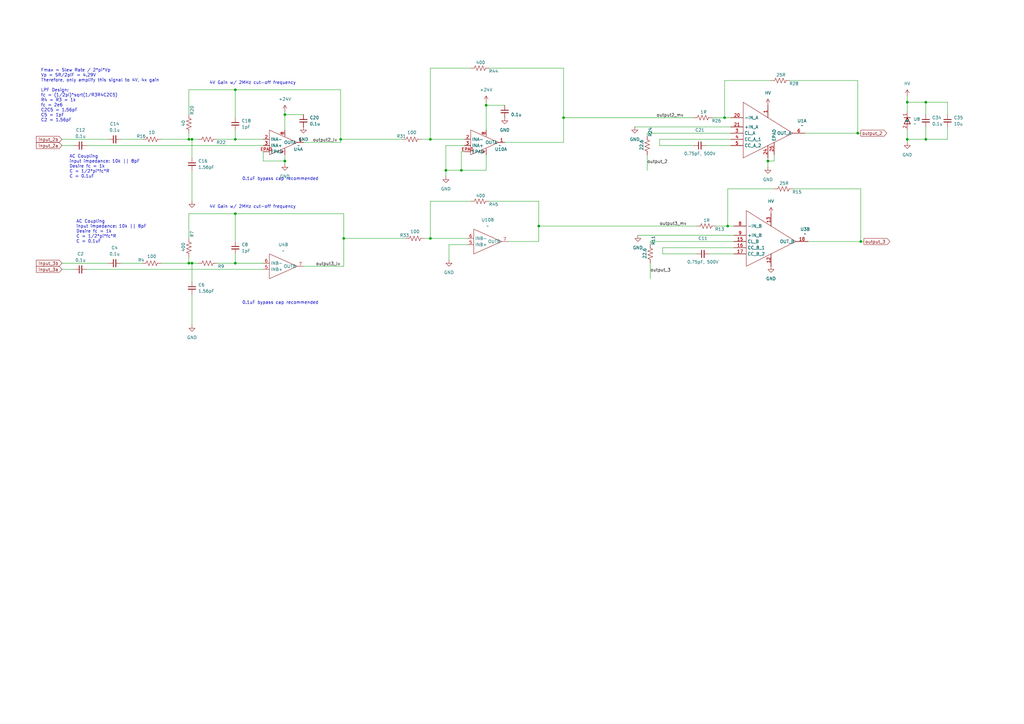
<source format=kicad_sch>
(kicad_sch (version 20231120) (generator "eeschema") (generator_version "8.0")
  (paper "A3")
  (lib_symbols
    (symbol "Device:C_Small" (pin_numbers hide) (pin_names (offset 0.254) hide)
      (property "Reference" "C" (at 0.254 1.778 0))
      (property "Value" "C_Small" (at 0.254 -2.032 0))
      (symbol "C_Small_0_1"
        (polyline (pts (xy -1.524 -0.508) (xy 1.524 -0.508)) (stroke (width 0.3302)))
        (polyline (pts (xy -1.524 0.508) (xy 1.524 0.508)) (stroke (width 0.3048)))
      )
      (symbol "C_Small_1_1"
        (pin passive line (at 0 2.54 270) (length 2.032) (name "~") (number "1"))
        (pin passive line (at 0 -2.54 90) (length 2.032) (name "~") (number "2"))
      )
    )
    (symbol "Device:R_US" (pin_numbers hide) (pin_names (offset 0))
      (property "Reference" "R" (at 2.54 0 90))
      (property "Value" "R_US" (at -2.54 0 90))
      (symbol "R_US_0_1"
        (polyline (pts (xy 0 -2.286) (xy 0 -2.54)))
        (polyline (pts (xy 0 2.286) (xy 0 2.54)))
        (polyline (pts (xy 0 -0.762) (xy 1.016 -1.143) (xy 0 -1.524) (xy -1.016 -1.905) (xy 0 -2.286)))
        (polyline (pts (xy 0 0.762) (xy 1.016 0.381) (xy 0 0) (xy -1.016 -0.381) (xy 0 -0.762)))
        (polyline (pts (xy 0 2.286) (xy 1.016 1.905) (xy 0 1.524) (xy -1.016 1.143) (xy 0 0.762)))
      )
      (symbol "R_US_1_1"
        (pin passive line (at 0 3.81 270) (length 1.27) (name "~") (number "1"))
        (pin passive line (at 0 -3.81 90) (length 1.27) (name "~") (number "2"))
      )
    )
    (symbol "_PHASE:OPA221A_2UNITS"
      (property "Reference" "U" (at -1.016 -1.524 0))
      (symbol "OPA221A_2UNITS_1_1"
        (polyline (pts (xy 0 0) (xy 0 10.16) (xy 11.43 5.08) (xy 0 0)))
        (pin input line (at 13.97 5.08 180) (length 2.54) (name "OUTA") (number "1"))
        (pin input line (at -2.54 6.35 0) (length 2.54) (name "INA-") (number "2"))
        (pin input line (at -2.54 3.81 0) (length 2.54) (name "INA+") (number "3"))
        (pin power_in line (at 6.35 0 90) (length 2.54) (name "") (number "4"))
        (pin power_in line (at 6.35 10.16 270) (length 2.54) (name "") (number "8"))
        (pin power_in line (at -2.54 1.27 0) (length 2.54) (name "EPAD") (number "EPAD"))
      )
      (symbol "OPA221A_2UNITS_2_1"
        (polyline (pts (xy 0 0) (xy 0 10.16) (xy 11.43 5.08) (xy 0 0)))
        (pin input line (at -2.54 3.81 0) (length 2.54) (name "INB+") (number "5"))
        (pin input line (at -2.54 6.35 0) (length 2.54) (name "INB-") (number "6"))
        (pin input line (at 13.97 5.08 180) (length 2.54) (name "OUTB") (number "7"))
      )
    )
    (symbol "_PHASE:PA343"
      (property "Reference" "U" (at 0 0 0))
      (symbol "PA343_1_1"
        (polyline (pts (xy 0 -3.81) (xy 0 19.05) (xy 20.32 6.35) (xy 0 -3.81)))
        (pin passive line (at 10.16 17.78 270) (length 5.08) (name "") (number "1"))
        (pin passive line (at -5.08 -1.27 0) (length 5.08) hide (name "NC_3") (number "10"))
        (pin passive line (at -5.08 -1.27 0) (length 5.08) hide (name "NC_4") (number "11"))
        (pin passive line (at -5.08 -1.27 0) (length 5.08) hide (name "NC_5") (number "14"))
        (pin passive line (at -5.08 -1.27 0) (length 5.08) hide (name "NC_6") (number "19"))
        (pin passive line (at -5.08 -1.27 0) (length 5.08) hide (name "NC_1") (number "2"))
        (pin passive line (at -5.08 12.7 0) (length 5.08) (name "-IN_A") (number "20"))
        (pin passive line (at -5.08 8.89 0) (length 5.08) (name "+IN_A") (number "21"))
        (pin passive line (at -5.08 -1.27 0) (length 5.08) hide (name "NC_7") (number "22"))
        (pin passive line (at -5.08 -1.27 0) (length 5.08) hide (name "NC_8") (number "23"))
        (pin passive line (at 10.16 -3.81 90) (length 5.08) (name "") (number "24"))
        (pin passive line (at 12.7 -2.54 90) (length 5.08) (name "EPAD") (number "25"))
        (pin passive line (at 12.7 -2.54 90) (length 5.08) hide (name "") (number "26"))
        (pin passive line (at 12.7 -2.54 90) (length 5.08) hide (name "") (number "27"))
        (pin passive line (at -5.08 6.35 0) (length 5.08) (name "CL_A") (number "3"))
        (pin passive line (at -5.08 3.81 0) (length 5.08) (name "CC_A_1") (number "4"))
        (pin passive line (at -5.08 1.27 0) (length 5.08) (name "CC_A_2") (number "5"))
        (pin passive line (at 25.4 6.35 180) (length 5.08) (name "OUT_A") (number "6"))
        (pin passive line (at -5.08 -1.27 0) (length 5.08) hide (name "NC_2") (number "7"))
      )
      (symbol "PA343_2_1"
        (polyline (pts (xy 0 3.81) (xy 0 26.67) (xy 20.32 13.97) (xy 0 3.81)))
        (pin passive line (at 10.16 3.81 90) (length 5.08) (name "") (number "12"))
        (pin passive line (at 10.16 25.4 270) (length 5.08) (name "") (number "13"))
        (pin passive line (at -5.08 13.97 0) (length 5.08) (name "CL_B") (number "15"))
        (pin passive line (at -5.08 11.43 0) (length 5.08) (name "CC_B_1") (number "16"))
        (pin passive line (at -5.08 8.89 0) (length 5.08) (name "CC_B_2") (number "17"))
        (pin passive line (at 25.4 13.97 180) (length 5.08) (name "OUT_B") (number "18"))
        (pin passive line (at -5.08 20.32 0) (length 5.08) (name "-IN_B") (number "8"))
        (pin passive line (at -5.08 16.51 0) (length 5.08) (name "+IN_B") (number "9"))
      )
    )
    (symbol "_PHASE:PA343_2Units"
      (property "Reference" "U" (at 0 0 0))
      (symbol "PA343_2Units_1_1"
        (polyline (pts (xy 0 -3.81) (xy 0 19.05) (xy 20.32 6.35) (xy 0 -3.81)))
        (pin passive line (at 10.16 17.78 270) (length 5.08) (name "") (number "1"))
        (pin passive line (at -5.08 -1.27 0) (length 5.08) hide (name "NC_3") (number "10"))
        (pin passive line (at -5.08 -1.27 0) (length 5.08) hide (name "NC_4") (number "11"))
        (pin passive line (at -5.08 -1.27 0) (length 5.08) hide (name "NC_5") (number "14"))
        (pin passive line (at -5.08 -1.27 0) (length 5.08) hide (name "NC_6") (number "19"))
        (pin passive line (at -5.08 -1.27 0) (length 5.08) hide (name "NC_1") (number "2"))
        (pin passive line (at -5.08 12.7 0) (length 5.08) (name "-IN_A") (number "20"))
        (pin passive line (at -5.08 8.89 0) (length 5.08) (name "+IN_A") (number "21"))
        (pin passive line (at -5.08 -1.27 0) (length 5.08) hide (name "NC_7") (number "22"))
        (pin passive line (at -5.08 -1.27 0) (length 5.08) hide (name "NC_8") (number "23"))
        (pin passive line (at 10.16 -3.81 90) (length 5.08) (name "") (number "24"))
        (pin passive line (at 12.7 -2.54 90) (length 5.08) (name "EPAD") (number "25"))
        (pin passive line (at 12.7 -2.54 90) (length 5.08) hide (name "") (number "26"))
        (pin passive line (at 12.7 -2.54 90) (length 5.08) hide (name "") (number "27"))
        (pin passive line (at -5.08 6.35 0) (length 5.08) (name "CL_A") (number "3"))
        (pin passive line (at -5.08 3.81 0) (length 5.08) (name "CC_A_1") (number "4"))
        (pin passive line (at -5.08 1.27 0) (length 5.08) (name "CC_A_2") (number "5"))
        (pin passive line (at 25.4 6.35 180) (length 5.08) (name "OUT_A") (number "6"))
        (pin passive line (at -5.08 -1.27 0) (length 5.08) hide (name "NC_2") (number "7"))
      )
      (symbol "PA343_2Units_2_1"
        (polyline (pts (xy 0 3.81) (xy 0 26.67) (xy 20.32 13.97) (xy 0 3.81)))
        (pin passive line (at 10.16 3.81 90) (length 5.08) (name "") (number "12"))
        (pin passive line (at 10.16 25.4 270) (length 5.08) (name "") (number "13"))
        (pin passive line (at -5.08 13.97 0) (length 5.08) (name "CL_B") (number "15"))
        (pin passive line (at -5.08 11.43 0) (length 5.08) (name "CC_B_1") (number "16"))
        (pin passive line (at -5.08 8.89 0) (length 5.08) (name "CC_B_2") (number "17"))
        (pin passive line (at 25.4 13.97 180) (length 5.08) (name "OUT_B") (number "18"))
        (pin passive line (at -5.08 20.32 0) (length 5.08) (name "-IN_B") (number "8"))
        (pin passive line (at -5.08 16.51 0) (length 5.08) (name "+IN_B") (number "9"))
      )
    )
    (symbol "_PHASE:SMCJ150A-13-F"
      (property "Reference" "U" (at 0 0 0))
      (symbol "SMCJ150A-13-F_0_1"
        (polyline (pts (xy 1.27 3.81) (xy 1.27 1.27)) (stroke (width 0.254)))
        (polyline (pts (xy 3.81 2.54) (xy 1.27 2.54)))
        (polyline (pts (xy 3.81 3.81) (xy 3.81 1.27) (xy 1.27 2.54) (xy 3.81 3.81)) (stroke (width 0.254)))
      )
      (symbol "SMCJ150A-13-F_1_1"
        (pin passive line (at -1.27 2.54 0) (length 2.54) (name "K") (number "1"))
        (pin passive line (at 6.35 2.54 180) (length 2.54) (name "A") (number "2"))
      )
    )
    (symbol "power:+12V" (power) (pin_numbers hide) (pin_names (offset 0) hide)
      (property "Value" "+12V" (at 0 3.556 0))
      (symbol "+12V_0_1"
        (polyline (pts (xy -0.762 1.27) (xy 0 2.54)))
        (polyline (pts (xy 0 0) (xy 0 2.54)))
        (polyline (pts (xy 0 2.54) (xy 0.762 1.27)))
      )
      (symbol "+12V_1_1"
        (pin power_in line (at 0 0 90) (length 0) (name "~") (number "1"))
      )
    )
    (symbol "power:+24V" (power) (pin_numbers hide) (pin_names (offset 0) hide)
      (property "Value" "+24V" (at 0 3.556 0))
      (symbol "+24V_0_1"
        (polyline (pts (xy -0.762 1.27) (xy 0 2.54)))
        (polyline (pts (xy 0 0) (xy 0 2.54)))
        (polyline (pts (xy 0 2.54) (xy 0.762 1.27)))
      )
      (symbol "+24V_1_1"
        (pin power_in line (at 0 0 90) (length 0) (name "~") (number "1"))
      )
    )
    (symbol "power:GND" (power) (pin_numbers hide) (pin_names (offset 0) hide)
      (property "Value" "GND" (at 0 -3.81 0))
      (symbol "GND_0_1"
        (polyline (pts (xy 0 0) (xy 0 -1.27) (xy 1.27 -1.27) (xy 0 -2.54) (xy -1.27 -1.27) (xy 0 -1.27)))
      )
      (symbol "GND_1_1"
        (pin power_in line (at 0 0 270) (length 0) (name "~") (number "1"))
      )
    )
  )
  (junction (at 231.14 48.26))
  (junction (at 351.79 54.61))
  (junction (at 298.45 92.71))
  (junction (at 314.96 66.04))
  (junction (at 372.11 41.91))
  (junction (at 78.74 107.95))
  (junction (at 176.53 97.79))
  (junction (at 220.98 92.71))
  (junction (at 297.18 48.26))
  (junction (at 182.88 69.85))
  (junction (at 96.52 107.95))
  (junction (at 116.84 66.04))
  (junction (at 77.47 107.95))
  (junction (at 96.52 57.15))
  (junction (at 96.52 36.83))
  (junction (at 77.47 57.15))
  (junction (at 176.53 57.15))
  (junction (at 96.52 87.63))
  (junction (at 139.7 57.15))
  (junction (at 116.84 46.99))
  (junction (at 189.23 69.85))
  (junction (at 379.73 41.91))
  (junction (at 140.97 97.79))
  (junction (at 372.11 57.15))
  (junction (at 353.06 99.06))
  (junction (at 78.74 57.15))
  (junction (at 379.73 57.15))
  (junction (at 199.39 43.18))
  (wire (pts (xy 139.7 57.15) (xy 165.1 57.15)))
  (wire (pts (xy 77.47 36.83) (xy 96.52 36.83)))
  (wire (pts (xy 331.47 99.06) (xy 353.06 99.06)))
  (wire (pts (xy 77.47 87.63) (xy 77.47 97.79)))
  (wire (pts (xy 184.15 100.33) (xy 184.15 106.68)))
  (wire (pts (xy 78.74 69.85) (xy 78.74 82.55)))
  (wire (pts (xy 66.04 107.95) (xy 77.47 107.95)))
  (wire (pts (xy 176.53 57.15) (xy 190.5 57.15)))
  (wire (pts (xy 200.66 27.94) (xy 231.14 27.94)))
  (wire (pts (xy 193.04 27.94) (xy 176.53 27.94)))
  (wire (pts (xy 293.37 92.71) (xy 298.45 92.71)))
  (wire (pts (xy 78.74 57.15) (xy 81.28 57.15)))
  (wire (pts (xy 140.97 97.79) (xy 166.37 97.79)))
  (wire (pts (xy 372.11 57.15) (xy 372.11 58.42)))
  (wire (pts (xy 199.39 43.18) (xy 199.39 53.34)))
  (wire (pts (xy 317.5 66.04) (xy 314.96 66.04)))
  (wire (pts (xy 116.84 46.99) (xy 116.84 53.34)))
  (wire (pts (xy 317.5 63.5) (xy 317.5 66.04)))
  (wire (pts (xy 116.84 45.72) (xy 116.84 46.99)))
  (wire (pts (xy 316.23 33.02) (xy 297.18 33.02)))
  (wire (pts (xy 351.79 54.61) (xy 353.06 54.61)))
  (wire (pts (xy 208.28 99.06) (xy 220.98 99.06)))
  (wire (pts (xy 231.14 48.26) (xy 284.48 48.26)))
  (wire (pts (xy 292.1 48.26) (xy 297.18 48.26)))
  (wire (pts (xy 182.88 69.85) (xy 189.23 69.85)))
  (wire (pts (xy 35.56 110.49) (xy 107.95 110.49)))
  (wire (pts (xy 124.46 109.22) (xy 140.97 109.22)))
  (wire (pts (xy 96.52 87.63) (xy 96.52 99.06)))
  (wire (pts (xy 116.84 66.04) (xy 116.84 67.31)))
  (wire (pts (xy 189.23 62.23) (xy 189.23 69.85)))
  (wire (pts (xy 271.78 104.14) (xy 271.78 101.6)))
  (wire (pts (xy 265.43 54.61) (xy 265.43 55.88)))
  (wire (pts (xy 189.23 69.85) (xy 199.39 69.85)))
  (wire (pts (xy 190.5 62.23) (xy 189.23 62.23)))
  (wire (pts (xy 388.62 46.99) (xy 388.62 41.91)))
  (wire (pts (xy 191.77 100.33) (xy 184.15 100.33)))
  (wire (pts (xy 190.5 59.69) (xy 182.88 59.69)))
  (wire (pts (xy 231.14 27.94) (xy 231.14 48.26)))
  (wire (pts (xy 49.53 107.95) (xy 58.42 107.95)))
  (wire (pts (xy 77.47 87.63) (xy 96.52 87.63)))
  (wire (pts (xy 265.43 63.5) (xy 265.43 69.85)))
  (wire (pts (xy 261.62 96.52) (xy 300.99 96.52)))
  (wire (pts (xy 323.85 33.02) (xy 351.79 33.02)))
  (wire (pts (xy 96.52 53.34) (xy 96.52 57.15)))
  (wire (pts (xy 77.47 107.95) (xy 78.74 107.95)))
  (wire (pts (xy 107.95 57.15) (xy 96.52 57.15)))
  (wire (pts (xy 107.95 62.23) (xy 107.95 66.04)))
  (wire (pts (xy 77.47 105.41) (xy 77.47 107.95)))
  (wire (pts (xy 231.14 48.26) (xy 231.14 58.42)))
  (wire (pts (xy 220.98 92.71) (xy 285.75 92.71)))
  (wire (pts (xy 297.18 33.02) (xy 297.18 48.26)))
  (wire (pts (xy 172.72 57.15) (xy 176.53 57.15)))
  (wire (pts (xy 317.5 77.47) (xy 298.45 77.47)))
  (wire (pts (xy 266.7 99.06) (xy 266.7 100.33)))
  (wire (pts (xy 325.12 77.47) (xy 353.06 77.47)))
  (wire (pts (xy 35.56 59.69) (xy 107.95 59.69)))
  (wire (pts (xy 298.45 77.47) (xy 298.45 92.71)))
  (wire (pts (xy 96.52 107.95) (xy 88.9 107.95)))
  (wire (pts (xy 379.73 57.15) (xy 372.11 57.15)))
  (wire (pts (xy 314.96 66.04) (xy 314.96 64.77)))
  (wire (pts (xy 270.51 57.15) (xy 299.72 57.15)))
  (wire (pts (xy 116.84 63.5) (xy 116.84 66.04)))
  (wire (pts (xy 96.52 104.14) (xy 96.52 107.95)))
  (wire (pts (xy 270.51 59.69) (xy 270.51 57.15)))
  (wire (pts (xy 351.79 54.61) (xy 351.79 33.02)))
  (wire (pts (xy 182.88 69.85) (xy 182.88 72.39)))
  (wire (pts (xy 140.97 97.79) (xy 140.97 109.22)))
  (wire (pts (xy 388.62 57.15) (xy 379.73 57.15)))
  (wire (pts (xy 124.46 58.42) (xy 139.7 58.42)))
  (wire (pts (xy 353.06 99.06) (xy 354.33 99.06)))
  (wire (pts (xy 25.4 107.95) (xy 44.45 107.95)))
  (wire (pts (xy 330.2 54.61) (xy 351.79 54.61)))
  (wire (pts (xy 25.4 59.69) (xy 30.48 59.69)))
  (wire (pts (xy 96.52 57.15) (xy 88.9 57.15)))
  (wire (pts (xy 77.47 54.61) (xy 77.47 57.15)))
  (wire (pts (xy 78.74 107.95) (xy 78.74 115.57)))
  (wire (pts (xy 96.52 87.63) (xy 140.97 87.63)))
  (wire (pts (xy 199.39 43.18) (xy 207.01 43.18)))
  (wire (pts (xy 176.53 97.79) (xy 173.99 97.79)))
  (wire (pts (xy 191.77 97.79) (xy 176.53 97.79)))
  (wire (pts (xy 284.48 59.69) (xy 270.51 59.69)))
  (wire (pts (xy 379.73 41.91) (xy 372.11 41.91)))
  (wire (pts (xy 116.84 46.99) (xy 124.46 46.99)))
  (wire (pts (xy 139.7 57.15) (xy 139.7 58.42)))
  (wire (pts (xy 25.4 57.15) (xy 44.45 57.15)))
  (wire (pts (xy 176.53 82.55) (xy 176.53 97.79)))
  (wire (pts (xy 207.01 58.42) (xy 231.14 58.42)))
  (wire (pts (xy 200.66 82.55) (xy 220.98 82.55)))
  (wire (pts (xy 266.7 99.06) (xy 300.99 99.06)))
  (wire (pts (xy 140.97 87.63) (xy 140.97 97.79)))
  (wire (pts (xy 372.11 41.91) (xy 372.11 45.72)))
  (wire (pts (xy 379.73 52.07) (xy 379.73 57.15)))
  (wire (pts (xy 78.74 120.65) (xy 78.74 133.35)))
  (wire (pts (xy 314.96 68.58) (xy 314.96 66.04)))
  (wire (pts (xy 260.35 52.07) (xy 299.72 52.07)))
  (wire (pts (xy 266.7 107.95) (xy 266.7 114.3)))
  (wire (pts (xy 298.45 92.71) (xy 300.99 92.71)))
  (wire (pts (xy 96.52 36.83) (xy 96.52 48.26)))
  (wire (pts (xy 25.4 110.49) (xy 30.48 110.49)))
  (wire (pts (xy 388.62 41.91) (xy 379.73 41.91)))
  (wire (pts (xy 290.83 104.14) (xy 300.99 104.14)))
  (wire (pts (xy 78.74 57.15) (xy 78.74 64.77)))
  (wire (pts (xy 176.53 27.94) (xy 176.53 57.15)))
  (wire (pts (xy 193.04 82.55) (xy 176.53 82.55)))
  (wire (pts (xy 49.53 57.15) (xy 58.42 57.15)))
  (wire (pts (xy 372.11 53.34) (xy 372.11 57.15)))
  (wire (pts (xy 77.47 57.15) (xy 78.74 57.15)))
  (wire (pts (xy 96.52 36.83) (xy 139.7 36.83)))
  (wire (pts (xy 297.18 48.26) (xy 299.72 48.26)))
  (wire (pts (xy 199.39 41.91) (xy 199.39 43.18)))
  (wire (pts (xy 271.78 101.6) (xy 300.99 101.6)))
  (wire (pts (xy 379.73 46.99) (xy 379.73 41.91)))
  (wire (pts (xy 220.98 82.55) (xy 220.98 92.71)))
  (wire (pts (xy 388.62 52.07) (xy 388.62 57.15)))
  (wire (pts (xy 107.95 66.04) (xy 116.84 66.04)))
  (wire (pts (xy 107.95 107.95) (xy 96.52 107.95)))
  (wire (pts (xy 78.74 107.95) (xy 81.28 107.95)))
  (wire (pts (xy 220.98 92.71) (xy 220.98 99.06)))
  (wire (pts (xy 199.39 69.85) (xy 199.39 63.5)))
  (wire (pts (xy 372.11 39.37) (xy 372.11 41.91)))
  (wire (pts (xy 289.56 59.69) (xy 299.72 59.69)))
  (wire (pts (xy 182.88 59.69) (xy 182.88 69.85)))
  (wire (pts (xy 66.04 57.15) (xy 77.47 57.15)))
  (wire (pts (xy 139.7 36.83) (xy 139.7 57.15)))
  (wire (pts (xy 77.47 36.83) (xy 77.47 46.99)))
  (wire (pts (xy 265.43 54.61) (xy 299.72 54.61)))
  (wire (pts (xy 353.06 99.06) (xy 353.06 77.47)))
  (wire (pts (xy 285.75 104.14) (xy 271.78 104.14)))
  (text "AC Coupling\ninput impedance: 10k || 8pF\nDesire fc = 1k\nC = 1/2*pi*fc*R\nC = 0.1uF" (at 31.242 94.996 0) (effects (font (size 1.27 1.27)) (justify left)))
  (text "0.1uF bypass cap recommended\n" (at 99.314 124.206 0) (effects (font (size 1.27 1.27)) (justify left)))
  (text "AC Coupling\ninput impedance: 10k || 8pF\nDesire fc = 1k\nC = 1/2*pi*fc*R\nC = 0.1uF" (at 28.448 68.326 0) (effects (font (size 1.27 1.27)) (justify left)))
  (text "4V Gain w/ 2MHz cut-off frequency" (at 85.852 34.036 0) (effects (font (size 1.27 1.27)) (justify left)))
  (text "Fmax = Slew Rate / 2*pi*Vp\nVp = SR/2piF = 4.29V\nTherefore, only amplify this signal to 4V, 4x gain\n\nLPF Design:\nfc = (1/2pi)*sqrt(1/R3R4C2C5)\nR4 = R3 = 1k\nfc = 2e6\nC2C5 = 1.56pF\nC5 = 1pF\nC2 = 1.56pF\n" (at 16.764 39.116 0) (effects (font (size 1.27 1.27)) (justify left)))
  (text "4V Gain w/ 2MHz cut-off frequency" (at 85.852 84.836 0) (effects (font (size 1.27 1.27)) (justify left)))
  (text "0.1uF bypass cap recommended\n" (at 99.314 73.406 0) (effects (font (size 1.27 1.27)) (justify left)))
  (label "output2_lv" (at 128.27 58.42 0))
  (label "output2_mv" (at 269.24 48.26 0))
  (label "output3_lv" (at 129.54 109.22 0))
  (label "output3_mv" (at 270.51 92.71 0))
  (label "output_2" (at 265.43 67.31 0))
  (label "output_3" (at 266.7 111.76 0))
  (global_label "input_3a" (shape input) (at 25.4 110.49 180) (property "Intersheetrefs" "${INTERSHEET_REFS}" (effects (hide yes))))
  (global_label "input_2b" (shape input) (at 25.4 57.15 180) (property "Intersheetrefs" "${INTERSHEET_REFS}" (effects (hide yes))))
  (global_label "output_3" (shape output) (at 354.33 99.06 0) (property "Intersheetrefs" "${INTERSHEET_REFS}" (effects (hide yes))))
  (global_label "input_2a" (shape input) (at 25.4 59.69 180) (property "Intersheetrefs" "${INTERSHEET_REFS}" (effects (hide yes))))
  (global_label "input_3b" (shape input) (at 25.4 107.95 180) (property "Intersheetrefs" "${INTERSHEET_REFS}" (effects (hide yes))))
  (global_label "output_2" (shape output) (at 353.06 54.61 0) (property "Intersheetrefs" "${INTERSHEET_REFS}" (effects (hide yes))))
  (symbol (lib_id "Device:R_US") (at 266.7 104.14 0) (unit 1)
    (property "Reference" "R11" (at 267.97 98.552 90))
    (property "Value" "22.6" (at 264.414 103.886 90))
    (property "Footprint" "Resistor_SMD:R_0603_1608Metric" (effects (hide yes)))
    (property "Description" "Resistor, US symbol" (effects (hide yes)))
  )
  (symbol (lib_id "Device:C_Small") (at 78.74 67.31 0) (unit 1)
    (property "Reference" "C16" (at 81.28 66.0462 0) (effects (justify left)))
    (property "Value" "1.56pF" (at 81.28 68.5862 0) (effects (justify left)))
    (property "Footprint" "Capacitor_SMD:C_0603_1608Metric" (effects (hide yes)))
    (property "Description" "Unpolarized capacitor, small symbol" (effects (hide yes)))
  )
  (symbol (lib_id "power:GND") (at 316.23 109.22 0) (unit 1)
    (property "Reference" "#PWR026" (effects (hide yes)))
    (property "Value" "GND" (at 316.23 114.3 0))
    (property "Description" "Power symbol creates a global label with name \"GND\" , ground" (effects (hide yes)))
  )
  (symbol (lib_id "power:+12V") (at 314.96 43.18 0) (unit 1)
    (property "Reference" "#PWR023" (effects (hide yes)))
    (property "Value" "HV" (at 314.96 38.1 0))
    (property "Description" "Power symbol creates a global label with name \"+12V\"" (effects (hide yes)))
  )
  (symbol (lib_id "power:GND") (at 78.74 82.55 0) (unit 1)
    (property "Reference" "#PWR029" (effects (hide yes)))
    (property "Value" "GND" (effects (hide yes)))
    (property "Description" "Power symbol creates a global label with name \"GND\" , ground" (effects (hide yes)))
  )
  (symbol (lib_id "Device:R_US") (at 196.85 82.55 270) (unit 1)
    (property "Reference" "R45" (at 202.438 83.82 90))
    (property "Value" "400" (at 197.104 80.264 90))
    (property "Footprint" "Resistor_SMD:R_0603_1608Metric" (effects (hide yes)))
    (property "Description" "Resistor, US symbol" (effects (hide yes)))
  )
  (symbol (lib_id "power:GND") (at 372.11 58.42 0) (unit 1)
    (property "Reference" "#PWR043" (effects (hide yes)))
    (property "Value" "GND" (at 372.11 63.5 0))
    (property "Description" "Power symbol creates a global label with name \"GND\" , ground" (effects (hide yes)))
  )
  (symbol (lib_id "Device:R_US") (at 265.43 59.69 0) (unit 1)
    (property "Reference" "R24" (at 266.7 54.102 90))
    (property "Value" "22.6" (at 263.144 59.436 90))
    (property "Footprint" "Resistor_SMD:R_0603_1608Metric" (effects (hide yes)))
    (property "Description" "Resistor, US symbol" (effects (hide yes)))
  )
  (symbol (lib_id "power:GND") (at 184.15 106.68 0) (unit 1)
    (property "Reference" "#PWR052" (effects (hide yes)))
    (property "Value" "GND" (at 184.15 111.76 0))
    (property "Description" "Power symbol creates a global label with name \"GND\" , ground" (effects (hide yes)))
  )
  (symbol (lib_id "_PHASE:OPA221A_2UNITS") (at 110.49 63.5 0) (unit 1)
    (property "Reference" "U4" (at 120.396 61.214 0) (effects (justify left)))
    (property "Value" "~" (at 121.92 59.69 0) (effects (justify left)))
    (property "Footprint" "726_footprints:OPA2211AIDDAR_L" (effects (hide yes)))
  )
  (symbol (lib_id "Device:C_Small") (at 287.02 59.69 90) (unit 1)
    (property "Reference" "C21" (at 287.0263 53.34 90))
    (property "Value" "0.75pF, 500V" (at 287.02 62.992 90))
    (property "Footprint" "Capacitor_SMD:C_0805_2012Metric" (effects (hide yes)))
    (property "Description" "Unpolarized capacitor, small symbol" (effects (hide yes)))
  )
  (symbol (lib_id "Device:R_US") (at 289.56 92.71 270) (unit 1)
    (property "Reference" "R13" (at 295.148 93.98 90))
    (property "Value" "1R" (at 289.814 90.424 90))
    (property "Footprint" "Resistor_SMD:R_0603_1608Metric" (effects (hide yes)))
    (property "Description" "Resistor, US symbol" (effects (hide yes)))
  )
  (symbol (lib_id "Device:C_Small") (at 288.29 104.14 90) (unit 1)
    (property "Reference" "C11" (at 288.2963 97.79 90))
    (property "Value" "0.75pF, 500V" (at 288.29 107.442 90))
    (property "Footprint" "Capacitor_SMD:C_0805_2012Metric" (effects (hide yes)))
    (property "Description" "Unpolarized capacitor, small symbol" (effects (hide yes)))
  )
  (symbol (lib_id "power:GND") (at 182.88 72.39 0) (unit 1)
    (property "Reference" "#PWR051" (effects (hide yes)))
    (property "Value" "GND" (at 182.88 77.47 0))
    (property "Description" "Power symbol creates a global label with name \"GND\" , ground" (effects (hide yes)))
  )
  (symbol (lib_id "Device:C_Small") (at 96.52 101.6 0) (unit 1)
    (property "Reference" "C8" (at 99.06 100.3362 0) (effects (justify left)))
    (property "Value" "1pF" (at 99.06 102.8762 0) (effects (justify left)))
    (property "Footprint" "Capacitor_SMD:C_0603_1608Metric" (effects (hide yes)))
    (property "Description" "Unpolarized capacitor, small symbol" (effects (hide yes)))
  )
  (symbol (lib_id "Device:R_US") (at 85.09 57.15 270) (unit 1)
    (property "Reference" "R22" (at 90.678 58.42 90))
    (property "Value" "R_US" (effects (hide yes)))
    (property "Footprint" "Resistor_SMD:R_0603_1608Metric" (effects (hide yes)))
    (property "Description" "Resistor, US symbol" (effects (hide yes)))
  )
  (symbol (lib_id "Device:R_US") (at 321.31 77.47 270) (unit 1)
    (property "Reference" "R15" (at 326.898 78.74 90))
    (property "Value" "25R" (at 321.564 75.184 90))
    (property "Footprint" "Resistor_SMD:R_0603_1608Metric" (effects (hide yes)))
    (property "Description" "Resistor, US symbol" (effects (hide yes)))
  )
  (symbol (lib_id "power:GND") (at 260.35 52.07 0) (unit 1)
    (property "Reference" "#PWR034" (effects (hide yes)))
    (property "Value" "GND" (at 260.35 57.15 0))
    (property "Description" "Power symbol creates a global label with name \"GND\" , ground" (effects (hide yes)))
  )
  (symbol (lib_id "power:GND") (at 261.62 96.52 0) (unit 1)
    (property "Reference" "#PWR020" (effects (hide yes)))
    (property "Value" "GND" (at 261.62 101.6 0))
    (property "Description" "Power symbol creates a global label with name \"GND\" , ground" (effects (hide yes)))
  )
  (symbol (lib_id "power:GND") (at 116.84 67.31 0) (unit 1)
    (property "Reference" "#PWR032" (effects (hide yes)))
    (property "Value" "GND" (at 116.84 72.39 0))
    (property "Description" "Power symbol creates a global label with name \"GND\" , ground" (effects (hide yes)))
  )
  (symbol (lib_id "power:GND") (at 207.01 48.26 0) (unit 1)
    (property "Reference" "#PWR060" (effects (hide yes)))
    (property "Value" "GND" (at 207.01 53.34 0))
    (property "Description" "Power symbol creates a global label with name \"GND\" , ground" (effects (hide yes)))
  )
  (symbol (lib_id "_PHASE:PA343_2Units") (at 306.07 113.03 0) (unit 2)
    (property "Reference" "U3" (at 330.2 94.0114 0))
    (property "Value" "~" (at 330.2 95.9165 0))
    (property "Footprint" "726_footprints:PA341DF" (effects (hide yes)))
  )
  (symbol (lib_id "_PHASE:OPA221A_2UNITS") (at 194.31 104.14 0) (unit 2)
    (property "Reference" "U10" (at 200.025 90.17 0))
    (property "Value" "~" (at 200.025 92.71 0))
    (property "Footprint" "726_footprints:OPA2211AIDDAR_L" (effects (hide yes)))
  )
  (symbol (lib_id "Device:C_Small") (at 96.52 50.8 0) (unit 1)
    (property "Reference" "C18" (at 99.06 49.5362 0) (effects (justify left)))
    (property "Value" "1pF" (at 99.06 52.0762 0) (effects (justify left)))
    (property "Footprint" "Capacitor_SMD:C_0603_1608Metric" (effects (hide yes)))
    (property "Description" "Unpolarized capacitor, small symbol" (effects (hide yes)))
  )
  (symbol (lib_id "Device:R_US") (at 77.47 50.8 0) (unit 1)
    (property "Reference" "R20" (at 78.74 45.212 90))
    (property "Value" "40" (at 75.184 50.546 90))
    (property "Footprint" "Resistor_SMD:R_0603_1608Metric" (effects (hide yes)))
    (property "Description" "Resistor, US symbol" (effects (hide yes)))
  )
  (symbol (lib_id "Device:C_Small") (at 46.99 107.95 90) (unit 1)
    (property "Reference" "C4" (at 46.9963 101.6 90))
    (property "Value" "0.1u" (at 46.9963 104.14 90))
    (property "Footprint" "Capacitor_SMD:C_0603_1608Metric" (effects (hide yes)))
    (property "Description" "Unpolarized capacitor, small symbol" (effects (hide yes)))
  )
  (symbol (lib_id "Device:C_Small") (at 379.73 49.53 0) (unit 1)
    (property "Reference" "C34" (at 382.27 48.2662 0) (effects (justify left)))
    (property "Value" "0.1u" (at 382.27 50.8062 0) (effects (justify left)))
    (property "Footprint" "Capacitor_SMD:C_0603_1608Metric" (effects (hide yes)))
    (property "Description" "Unpolarized capacitor, small symbol" (effects (hide yes)))
  )
  (symbol (lib_id "power:+24V") (at 116.84 45.72 0) (unit 1)
    (property "Reference" "#PWR016" (effects (hide yes)))
    (property "Value" "+24V" (at 116.84 40.64 0))
    (property "Description" "Power symbol creates a global label with name \"+24V\"" (effects (hide yes)))
  )
  (symbol (lib_id "Device:C_Small") (at 388.62 49.53 0) (unit 1)
    (property "Reference" "C35" (at 391.16 48.2662 0) (effects (justify left)))
    (property "Value" "10u" (at 391.16 50.8062 0) (effects (justify left)))
    (property "Footprint" "Capacitor_SMD:C_0603_1608Metric" (effects (hide yes)))
    (property "Description" "Unpolarized capacitor, small symbol" (effects (hide yes)))
  )
  (symbol (lib_id "_PHASE:PA343") (at 304.8 60.96 0) (unit 1)
    (property "Reference" "U1" (at 328.93 49.5614 0))
    (property "Value" "~" (at 328.93 51.4665 0))
    (property "Footprint" "726_footprints:PA341DF" (effects (hide yes)))
  )
  (symbol (lib_id "Device:R_US") (at 320.04 33.02 270) (unit 1)
    (property "Reference" "R28" (at 325.628 34.29 90))
    (property "Value" "25R" (at 320.294 30.734 90))
    (property "Footprint" "Resistor_SMD:R_0603_1608Metric" (effects (hide yes)))
    (property "Description" "Resistor, US symbol" (effects (hide yes)))
  )
  (symbol (lib_id "power:GND") (at 124.46 52.07 0) (unit 1)
    (property "Reference" "#PWR033" (effects (hide yes)))
    (property "Value" "GND" (at 124.46 57.15 0))
    (property "Description" "Power symbol creates a global label with name \"GND\" , ground" (effects (hide yes)))
  )
  (symbol (lib_id "Device:R_US") (at 170.18 97.79 270) (unit 1)
    (property "Reference" "R33" (at 165.862 96.52 90))
    (property "Value" "100" (at 170.18 94.996 90))
    (property "Footprint" "Resistor_SMD:R_0603_1608Metric" (effects (hide yes)))
    (property "Description" "Resistor, US symbol" (effects (hide yes)))
  )
  (symbol (lib_id "Device:R_US") (at 77.47 101.6 0) (unit 1)
    (property "Reference" "R7" (at 78.74 96.012 90))
    (property "Value" "400" (at 75.184 101.346 90))
    (property "Footprint" "Resistor_SMD:R_0603_1608Metric" (effects (hide yes)))
    (property "Description" "Resistor, US symbol" (effects (hide yes)))
  )
  (symbol (lib_id "Device:R_US") (at 62.23 57.15 270) (unit 1)
    (property "Reference" "R16" (at 57.912 55.88 90))
    (property "Value" "10" (at 62.23 54.356 90))
    (property "Footprint" "Resistor_SMD:R_0603_1608Metric" (effects (hide yes)))
    (property "Description" "Resistor, US symbol" (effects (hide yes)))
  )
  (symbol (lib_id "Device:C_Small") (at 46.99 57.15 90) (unit 1)
    (property "Reference" "C14" (at 46.9963 50.8 90))
    (property "Value" "0.1u" (at 46.9963 53.34 90))
    (property "Footprint" "Capacitor_SMD:C_0603_1608Metric" (effects (hide yes)))
    (property "Description" "Unpolarized capacitor, small symbol" (effects (hide yes)))
  )
  (symbol (lib_id "Device:R_US") (at 62.23 107.95 270) (unit 1)
    (property "Reference" "R4" (at 57.912 106.68 90))
    (property "Value" "100" (at 62.23 105.156 90))
    (property "Footprint" "Resistor_SMD:R_0603_1608Metric" (effects (hide yes)))
    (property "Description" "Resistor, US symbol" (effects (hide yes)))
  )
  (symbol (lib_id "Device:C_Small") (at 207.01 45.72 0) (unit 1)
    (property "Reference" "C41" (effects (hide yes)))
    (property "Value" "0.1u" (at 209.55 46.9962 0) (effects (justify left)))
    (property "Footprint" "Capacitor_SMD:C_0603_1608Metric" (effects (hide yes)))
    (property "Description" "Unpolarized capacitor, small symbol" (effects (hide yes)))
  )
  (symbol (lib_id "Device:R_US") (at 288.29 48.26 270) (unit 1)
    (property "Reference" "R26" (at 293.878 49.53 90))
    (property "Value" "1R" (at 288.544 45.974 90))
    (property "Footprint" "Resistor_SMD:R_0603_1608Metric" (effects (hide yes)))
    (property "Description" "Resistor, US symbol" (effects (hide yes)))
  )
  (symbol (lib_id "Device:R_US") (at 196.85 27.94 270) (unit 1)
    (property "Reference" "R44" (at 202.438 29.21 90))
    (property "Value" "400" (at 197.104 25.654 90))
    (property "Footprint" "Resistor_SMD:R_0603_1608Metric" (effects (hide yes)))
    (property "Description" "Resistor, US symbol" (effects (hide yes)))
  )
  (symbol (lib_id "Device:C_Small") (at 33.02 59.69 90) (unit 1)
    (property "Reference" "C12" (at 33.0263 53.34 90))
    (property "Value" "0.1u" (at 33.0263 55.88 90))
    (property "Footprint" "Capacitor_SMD:C_0603_1608Metric" (effects (hide yes)))
    (property "Description" "Unpolarized capacitor, small symbol" (effects (hide yes)))
  )
  (symbol (lib_id "Device:R_US") (at 85.09 107.95 270) (unit 1)
    (property "Reference" "R9" (at 90.678 109.22 90))
    (property "Value" "R_US" (effects (hide yes)))
    (property "Footprint" "Resistor_SMD:R_0603_1608Metric" (effects (hide yes)))
    (property "Description" "Resistor, US symbol" (effects (hide yes)))
  )
  (symbol (lib_id "power:+24V") (at 199.39 41.91 0) (unit 1)
    (property "Reference" "#PWR059" (effects (hide yes)))
    (property "Value" "+24V" (at 199.39 36.83 0))
    (property "Description" "Power symbol creates a global label with name \"+24V\"" (effects (hide yes)))
  )
  (symbol (lib_id "Device:C_Small") (at 78.74 118.11 0) (unit 1)
    (property "Reference" "C6" (at 81.28 116.8462 0) (effects (justify left)))
    (property "Value" "1.56pF" (at 81.28 119.3862 0) (effects (justify left)))
    (property "Footprint" "Capacitor_SMD:C_0603_1608Metric" (effects (hide yes)))
    (property "Description" "Unpolarized capacitor, small symbol" (effects (hide yes)))
  )
  (symbol (lib_id "power:+12V") (at 316.23 87.63 0) (unit 1)
    (property "Reference" "#PWR025" (effects (hide yes)))
    (property "Value" "HV" (at 316.23 82.55 0))
    (property "Description" "Power symbol creates a global label with name \"+12V\"" (effects (hide yes)))
  )
  (symbol (lib_id "power:GND") (at 78.74 133.35 0) (unit 1)
    (property "Reference" "#PWR015" (effects (hide yes)))
    (property "Value" "GND" (at 78.74 138.43 0))
    (property "Description" "Power symbol creates a global label with name \"GND\" , ground" (effects (hide yes)))
  )
  (symbol (lib_id "_PHASE:OPA221A_2UNITS") (at 193.04 63.5 0) (unit 1)
    (property "Reference" "U10" (at 202.946 61.214 0) (effects (justify left)))
    (property "Value" "~" (at 204.47 59.69 0) (effects (justify left)))
    (property "Footprint" "726_footprints:OPA2211AIDDAR_L" (effects (hide yes)))
  )
  (symbol (lib_id "Device:C_Small") (at 33.02 110.49 90) (unit 1)
    (property "Reference" "C2" (at 33.0263 104.14 90))
    (property "Value" "0.1u" (at 33.0263 106.68 90))
    (property "Footprint" "Capacitor_SMD:C_0603_1608Metric" (effects (hide yes)))
    (property "Description" "Unpolarized capacitor, small symbol" (effects (hide yes)))
  )
  (symbol (lib_id "_PHASE:SMCJ150A-13-F") (at 369.57 46.99 270) (unit 1)
    (property "Reference" "U8" (at 374.65 48.8949 90) (effects (justify left)))
    (property "Value" "~" (at 374.65 50.8 90) (effects (justify left)))
    (property "Footprint" "726_footprints:SMCJ150A-13-F" (effects (hide yes)))
  )
  (symbol (lib_id "Device:R_US") (at 168.91 57.15 270) (unit 1)
    (property "Reference" "R31" (at 164.592 55.88 90))
    (property "Value" "100" (at 168.91 54.356 90))
    (property "Footprint" "Resistor_SMD:R_0603_1608Metric" (effects (hide yes)))
    (property "Description" "Resistor, US symbol" (effects (hide yes)))
  )
  (symbol (lib_id "power:GND") (at 314.96 68.58 0) (unit 1)
    (property "Reference" "#PWR039" (effects (hide yes)))
    (property "Value" "GND" (at 314.96 73.66 0))
    (property "Description" "Power symbol creates a global label with name \"GND\" , ground" (effects (hide yes)))
  )
  (symbol (lib_id "power:+12V") (at 372.11 39.37 0) (unit 1)
    (property "Reference" "#PWR042" (effects (hide yes)))
    (property "Value" "HV" (at 372.11 34.29 0))
    (property "Description" "Power symbol creates a global label with name \"+12V\"" (effects (hide yes)))
  )
  (symbol (lib_id "_PHASE:OPA221A_2UNITS") (at 110.49 114.3 0) (unit 2)
    (property "Reference" "U4" (at 116.205 100.33 0))
    (property "Value" "~" (at 116.205 102.87 0))
    (property "Footprint" "726_footprints:OPA2211AIDDAR_L" (effects (hide yes)))
  )
  (symbol (lib_id "Device:C_Small") (at 124.46 49.53 0) (unit 1)
    (property "Reference" "C20" (at 127 48.2662 0) (effects (justify left)))
    (property "Value" "0.1u" (at 127 50.8062 0) (effects (justify left)))
    (property "Footprint" "Capacitor_SMD:C_0603_1608Metric" (effects (hide yes)))
    (property "Description" "Unpolarized capacitor, small symbol" (effects (hide yes)))
  )
)
</source>
